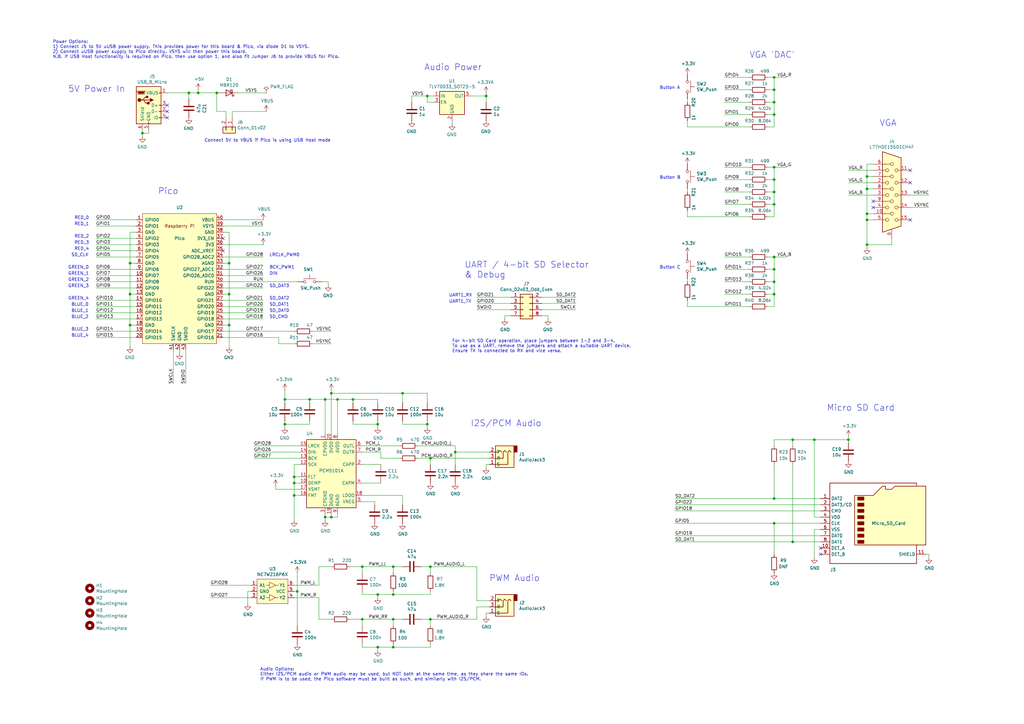
<source format=kicad_sch>
(kicad_sch (version 20230121) (generator eeschema)
  (paper "A3")
  (title_block (title "RPI-PVSA    VGA, SD Card & Audio Demo Board for Pico") (date "2020-09-04") (rev "REV2") (company "Raspberry Pi") (comment 1 "(c) Raspberry Pi 2020"))
  (junction (at 116.84 163.83))
  (junction (at 58.42 54.61))
  (junction (at 135.89 161.29))
  (junction (at 317.5 204.47))
  (junction (at 161.29 232.41))
  (junction (at 355.6 72.39))
  (junction (at 53.34 107.95))
  (junction (at 77.47 38.1))
  (junction (at 135.89 212.09))
  (junction (at 148.59 232.41))
  (junction (at 88.9 38.1))
  (junction (at 161.29 243.84))
  (junction (at 154.94 173.99))
  (junction (at 317.5 120.65))
  (junction (at 148.59 254))
  (junction (at 317.5 110.49))
  (junction (at 317.5 46.99))
  (junction (at 317.5 78.74))
  (junction (at 317.5 36.83))
  (junction (at 161.29 254))
  (junction (at 121.92 242.57))
  (junction (at 165.1 161.29))
  (junction (at 144.78 163.83))
  (junction (at 317.5 83.82))
  (junction (at 53.34 120.65))
  (junction (at 355.6 77.47))
  (junction (at 133.35 163.83))
  (junction (at 317.5 68.58))
  (junction (at 334.01 180.34))
  (junction (at 325.12 180.34))
  (junction (at 154.94 265.43))
  (junction (at 317.5 31.75))
  (junction (at 81.28 38.1))
  (junction (at 154.94 243.84))
  (junction (at 161.29 265.43))
  (junction (at 53.34 133.35))
  (junction (at 138.43 163.83))
  (junction (at 175.26 39.37))
  (junction (at 127 163.83))
  (junction (at 317.5 105.41))
  (junction (at 176.53 254))
  (junction (at 176.53 187.96))
  (junction (at 199.39 39.37))
  (junction (at 317.5 214.63))
  (junction (at 116.84 173.99))
  (junction (at 120.65 203.2))
  (junction (at 317.5 73.66))
  (junction (at 317.5 115.57))
  (junction (at 93.98 133.35))
  (junction (at 355.6 100.33))
  (junction (at 186.69 185.42))
  (junction (at 120.65 198.12))
  (junction (at 355.6 90.17))
  (junction (at 325.12 222.25))
  (junction (at 175.26 173.99))
  (junction (at 133.35 212.09))
  (junction (at 120.65 195.58))
  (junction (at 347.98 180.34))
  (junction (at 355.6 87.63))
  (junction (at 93.98 120.65))
  (junction (at 176.53 232.41))
  (junction (at 317.5 41.91))
  (junction (at 93.98 107.95))
  (no_connect (at 336.55 227.33))
  (no_connect (at 373.38 69.85))
  (no_connect (at 68.58 43.18))
  (no_connect (at 68.58 48.26))
  (no_connect (at 91.44 97.79))
  (no_connect (at 358.14 85.09))
  (no_connect (at 91.44 102.87))
  (no_connect (at 373.38 90.17))
  (no_connect (at 336.55 224.79))
  (no_connect (at 373.38 74.93))
  (no_connect (at 358.14 82.55))
  (no_connect (at 68.58 45.72))
  (wire (pts (xy 130.81 245.11) (xy 130.81 254)))
  (wire (pts (xy 154.94 173.99) (xy 154.94 175.26)))
  (wire (pts (xy 154.94 172.72) (xy 154.94 173.99)))
  (wire (pts (xy 91.44 95.25) (xy 93.98 95.25)))
  (wire (pts (xy 276.86 219.71) (xy 336.55 219.71)))
  (wire (pts (xy 200.66 246.38) (xy 195.58 246.38)))
  (wire (pts (xy 123.19 182.88) (xy 104.14 182.88)))
  (wire (pts (xy 114.3 140.97) (xy 120.65 140.97)))
  (wire (pts (xy 148.59 198.12) (xy 156.21 198.12)))
  (wire (pts (xy 135.89 212.09) (xy 138.43 212.09)))
  (wire (pts (xy 307.34 31.75) (xy 297.18 31.75)))
  (wire (pts (xy 154.94 265.43) (xy 161.29 265.43)))
  (wire (pts (xy 144.78 163.83) (xy 138.43 163.83)))
  (wire (pts (xy 91.44 110.49) (xy 107.95 110.49)))
  (wire (pts (xy 134.62 115.57) (xy 134.62 116.84)))
  (wire (pts (xy 307.34 73.66) (xy 297.18 73.66)))
  (wire (pts (xy 55.88 107.95) (xy 53.34 107.95)))
  (wire (pts (xy 172.72 254) (xy 176.53 254)))
  (wire (pts (xy 317.5 83.82) (xy 317.5 88.9)))
  (wire (pts (xy 325.12 222.25) (xy 336.55 222.25)))
  (wire (pts (xy 154.94 163.83) (xy 154.94 165.1)))
  (wire (pts (xy 314.96 36.83) (xy 317.5 36.83)))
  (wire (pts (xy 224.79 129.54) (xy 224.79 130.81)))
  (wire (pts (xy 148.59 265.43) (xy 154.94 265.43)))
  (wire (pts (xy 88.9 38.1) (xy 90.17 38.1)))
  (wire (pts (xy 209.55 124.46) (xy 195.58 124.46)))
  (wire (pts (xy 175.26 172.72) (xy 175.26 173.99)))
  (wire (pts (xy 143.51 232.41) (xy 148.59 232.41)))
  (wire (pts (xy 358.14 69.85) (xy 347.98 69.85)))
  (wire (pts (xy 127 165.1) (xy 127 163.83)))
  (wire (pts (xy 81.28 38.1) (xy 88.9 38.1)))
  (wire (pts (xy 154.94 243.84) (xy 154.94 245.11)))
  (wire (pts (xy 176.53 187.96) (xy 200.66 187.96)))
  (wire (pts (xy 39.37 115.57) (xy 55.88 115.57)))
  (wire (pts (xy 317.5 36.83) (xy 317.5 31.75)))
  (wire (pts (xy 355.6 67.31) (xy 355.6 72.39)))
  (wire (pts (xy 153.67 205.74) (xy 153.67 207.01)))
  (wire (pts (xy 281.94 86.36) (xy 281.94 88.9)))
  (wire (pts (xy 39.37 100.33) (xy 55.88 100.33)))
  (wire (pts (xy 358.14 67.31) (xy 355.6 67.31)))
  (wire (pts (xy 307.34 83.82) (xy 297.18 83.82)))
  (wire (pts (xy 314.96 88.9) (xy 317.5 88.9)))
  (wire (pts (xy 307.34 115.57) (xy 297.18 115.57)))
  (wire (pts (xy 39.37 118.11) (xy 55.88 118.11)))
  (wire (pts (xy 39.37 123.19) (xy 55.88 123.19)))
  (wire (pts (xy 199.39 39.37) (xy 199.39 41.91)))
  (wire (pts (xy 325.12 190.5) (xy 325.12 222.25)))
  (wire (pts (xy 91.44 105.41) (xy 107.95 105.41)))
  (wire (pts (xy 222.25 127) (xy 236.22 127)))
  (wire (pts (xy 317.5 68.58) (xy 322.58 68.58)))
  (wire (pts (xy 148.59 254) (xy 161.29 254)))
  (wire (pts (xy 236.22 124.46) (xy 222.25 124.46)))
  (wire (pts (xy 276.86 209.55) (xy 336.55 209.55)))
  (wire (pts (xy 358.14 74.93) (xy 347.98 74.93)))
  (wire (pts (xy 161.29 232.41) (xy 165.1 232.41)))
  (wire (pts (xy 55.88 120.65) (xy 53.34 120.65)))
  (wire (pts (xy 314.96 31.75) (xy 317.5 31.75)))
  (wire (pts (xy 381 227.33) (xy 381 228.6)))
  (wire (pts (xy 86.36 240.03) (xy 102.87 240.03)))
  (wire (pts (xy 91.44 138.43) (xy 114.3 138.43)))
  (wire (pts (xy 161.29 254) (xy 165.1 254)))
  (wire (pts (xy 138.43 212.09) (xy 138.43 210.82)))
  (wire (pts (xy 314.96 73.66) (xy 317.5 73.66)))
  (wire (pts (xy 128.27 135.89) (xy 135.89 135.89)))
  (wire (pts (xy 175.26 39.37) (xy 177.8 39.37)))
  (wire (pts (xy 91.44 125.73) (xy 107.95 125.73)))
  (wire (pts (xy 144.78 173.99) (xy 154.94 173.99)))
  (wire (pts (xy 186.69 185.42) (xy 186.69 190.5)))
  (wire (pts (xy 176.53 265.43) (xy 176.53 264.16)))
  (wire (pts (xy 236.22 121.92) (xy 222.25 121.92)))
  (wire (pts (xy 307.34 110.49) (xy 297.18 110.49)))
  (wire (pts (xy 317.5 52.07) (xy 317.5 46.99)))
  (wire (pts (xy 53.34 133.35) (xy 53.34 142.24)))
  (wire (pts (xy 199.39 190.5) (xy 199.39 191.77)))
  (wire (pts (xy 116.84 172.72) (xy 116.84 173.99)))
  (wire (pts (xy 358.14 90.17) (xy 355.6 90.17)))
  (wire (pts (xy 175.26 173.99) (xy 175.26 175.26)))
  (wire (pts (xy 148.59 243.84) (xy 154.94 243.84)))
  (wire (pts (xy 307.34 88.9) (xy 281.94 88.9)))
  (wire (pts (xy 93.98 107.95) (xy 93.98 120.65)))
  (wire (pts (xy 355.6 87.63) (xy 355.6 90.17)))
  (wire (pts (xy 209.55 129.54) (xy 207.01 129.54)))
  (wire (pts (xy 355.6 72.39) (xy 355.6 77.47)))
  (wire (pts (xy 113.03 200.66) (xy 123.19 200.66)))
  (wire (pts (xy 325.12 182.88) (xy 325.12 180.34)))
  (wire (pts (xy 317.5 105.41) (xy 322.58 105.41)))
  (wire (pts (xy 156.21 185.42) (xy 156.21 187.96)))
  (wire (pts (xy 102.87 242.57) (xy 101.6 242.57)))
  (wire (pts (xy 60.96 53.34) (xy 60.96 54.61)))
  (wire (pts (xy 130.81 254) (xy 135.89 254)))
  (wire (pts (xy 161.29 264.16) (xy 161.29 265.43)))
  (wire (pts (xy 355.6 77.47) (xy 355.6 87.63)))
  (wire (pts (xy 148.59 190.5) (xy 156.21 190.5)))
  (wire (pts (xy 148.59 256.54) (xy 148.59 254)))
  (wire (pts (xy 365.76 100.33) (xy 365.76 97.79)))
  (wire (pts (xy 165.1 161.29) (xy 175.26 161.29)))
  (wire (pts (xy 355.6 100.33) (xy 355.6 101.6)))
  (wire (pts (xy 161.29 243.84) (xy 176.53 243.84)))
  (wire (pts (xy 55.88 95.25) (xy 53.34 95.25)))
  (wire (pts (xy 77.47 40.64) (xy 77.47 38.1)))
  (wire (pts (xy 39.37 125.73) (xy 55.88 125.73)))
  (wire (pts (xy 314.96 52.07) (xy 317.5 52.07)))
  (wire (pts (xy 123.19 203.2) (xy 120.65 203.2)))
  (wire (pts (xy 161.29 256.54) (xy 161.29 254)))
  (wire (pts (xy 325.12 180.34) (xy 334.01 180.34)))
  (wire (pts (xy 347.98 180.34) (xy 347.98 179.07)))
  (wire (pts (xy 138.43 163.83) (xy 138.43 177.8)))
  (wire (pts (xy 314.96 46.99) (xy 317.5 46.99)))
  (wire (pts (xy 276.86 207.01) (xy 336.55 207.01)))
  (wire (pts (xy 177.8 41.91) (xy 175.26 41.91)))
  (wire (pts (xy 307.34 36.83) (xy 297.18 36.83)))
  (wire (pts (xy 39.37 113.03) (xy 55.88 113.03)))
  (wire (pts (xy 127 163.83) (xy 133.35 163.83)))
  (wire (pts (xy 123.19 195.58) (xy 120.65 195.58)))
  (wire (pts (xy 123.19 187.96) (xy 104.14 187.96)))
  (wire (pts (xy 130.81 240.03) (xy 130.81 232.41)))
  (wire (pts (xy 39.37 138.43) (xy 55.88 138.43)))
  (wire (pts (xy 195.58 246.38) (xy 195.58 232.41)))
  (wire (pts (xy 186.69 182.88) (xy 186.69 185.42)))
  (wire (pts (xy 168.91 39.37) (xy 175.26 39.37)))
  (wire (pts (xy 358.14 80.01) (xy 347.98 80.01)))
  (wire (pts (xy 222.25 129.54) (xy 224.79 129.54)))
  (wire (pts (xy 91.44 130.81) (xy 107.95 130.81)))
  (wire (pts (xy 135.89 161.29) (xy 165.1 161.29)))
  (wire (pts (xy 161.29 242.57) (xy 161.29 243.84)))
  (wire (pts (xy 281.94 77.47) (xy 281.94 78.74)))
  (wire (pts (xy 148.59 264.16) (xy 148.59 265.43)))
  (wire (pts (xy 314.96 110.49) (xy 317.5 110.49)))
  (wire (pts (xy 209.55 127) (xy 195.58 127)))
  (wire (pts (xy 128.27 140.97) (xy 135.89 140.97)))
  (wire (pts (xy 114.3 138.43) (xy 114.3 140.97)))
  (wire (pts (xy 135.89 177.8) (xy 135.89 161.29)))
  (wire (pts (xy 172.72 232.41) (xy 176.53 232.41)))
  (wire (pts (xy 281.94 49.53) (xy 281.94 52.07)))
  (wire (pts (xy 53.34 120.65) (xy 53.34 133.35)))
  (wire (pts (xy 276.86 204.47) (xy 317.5 204.47)))
  (wire (pts (xy 193.04 39.37) (xy 199.39 39.37)))
  (wire (pts (xy 88.9 45.72) (xy 88.9 38.1)))
  (wire (pts (xy 73.66 143.51) (xy 73.66 144.78)))
  (wire (pts (xy 373.38 85.09) (xy 381 85.09)))
  (wire (pts (xy 144.78 165.1) (xy 144.78 163.83)))
  (wire (pts (xy 185.42 49.53) (xy 185.42 50.8)))
  (wire (pts (xy 39.37 128.27) (xy 55.88 128.27)))
  (wire (pts (xy 334.01 217.17) (xy 334.01 228.6)))
  (wire (pts (xy 165.1 203.2) (xy 165.1 207.01)))
  (wire (pts (xy 165.1 165.1) (xy 165.1 161.29)))
  (wire (pts (xy 176.53 232.41) (xy 176.53 234.95)))
  (wire (pts (xy 307.34 46.99) (xy 297.18 46.99)))
  (wire (pts (xy 200.66 251.46) (xy 199.39 251.46)))
  (wire (pts (xy 176.53 254) (xy 176.53 256.54)))
  (wire (pts (xy 91.44 120.65) (xy 93.98 120.65)))
  (wire (pts (xy 116.84 173.99) (xy 116.84 175.26)))
  (wire (pts (xy 148.59 205.74) (xy 153.67 205.74)))
  (wire (pts (xy 148.59 242.57) (xy 148.59 243.84)))
  (wire (pts (xy 58.42 54.61) (xy 58.42 55.88)))
  (wire (pts (xy 93.98 120.65) (xy 93.98 133.35)))
  (wire (pts (xy 317.5 120.65) (xy 317.5 115.57)))
  (wire (pts (xy 91.44 128.27) (xy 107.95 128.27)))
  (wire (pts (xy 91.44 118.11) (xy 107.95 118.11)))
  (wire (pts (xy 314.96 41.91) (xy 317.5 41.91)))
  (wire (pts (xy 144.78 172.72) (xy 144.78 173.99)))
  (wire (pts (xy 91.44 113.03) (xy 107.95 113.03)))
  (wire (pts (xy 276.86 214.63) (xy 317.5 214.63)))
  (wire (pts (xy 148.59 234.95) (xy 148.59 232.41)))
  (wire (pts (xy 76.2 143.51) (xy 76.2 157.48)))
  (wire (pts (xy 307.34 105.41) (xy 297.18 105.41)))
  (wire (pts (xy 307.34 120.65) (xy 297.18 120.65)))
  (wire (pts (xy 307.34 78.74) (xy 297.18 78.74)))
  (wire (pts (xy 127 173.99) (xy 116.84 173.99)))
  (wire (pts (xy 317.5 78.74) (xy 317.5 83.82)))
  (wire (pts (xy 39.37 135.89) (xy 55.88 135.89)))
  (wire (pts (xy 120.65 195.58) (xy 120.65 198.12)))
  (wire (pts (xy 120.65 203.2) (xy 120.65 213.36)))
  (wire (pts (xy 97.79 38.1) (xy 109.22 38.1)))
  (wire (pts (xy 317.5 41.91) (xy 317.5 36.83)))
  (wire (pts (xy 58.42 53.34) (xy 58.42 54.61)))
  (wire (pts (xy 91.44 90.17) (xy 107.95 90.17)))
  (wire (pts (xy 39.37 130.81) (xy 55.88 130.81)))
  (wire (pts (xy 148.59 182.88) (xy 163.83 182.88)))
  (wire (pts (xy 200.66 248.92) (xy 195.58 248.92)))
  (wire (pts (xy 92.71 45.72) (xy 88.9 45.72)))
  (wire (pts (xy 148.59 232.41) (xy 161.29 232.41)))
  (wire (pts (xy 138.43 163.83) (xy 133.35 163.83)))
  (wire (pts (xy 116.84 163.83) (xy 127 163.83)))
  (wire (pts (xy 314.96 125.73) (xy 317.5 125.73)))
  (wire (pts (xy 317.5 182.88) (xy 317.5 180.34)))
  (wire (pts (xy 314.96 115.57) (xy 317.5 115.57)))
  (wire (pts (xy 91.44 92.71) (xy 107.95 92.71)))
  (wire (pts (xy 209.55 121.92) (xy 195.58 121.92)))
  (wire (pts (xy 317.5 115.57) (xy 317.5 110.49)))
  (wire (pts (xy 317.5 180.34) (xy 325.12 180.34)))
  (wire (pts (xy 133.35 210.82) (xy 133.35 212.09)))
  (wire (pts (xy 123.19 185.42) (xy 104.14 185.42)))
  (wire (pts (xy 165.1 172.72) (xy 165.1 173.99)))
  (wire (pts (xy 123.19 190.5) (xy 120.65 190.5)))
  (wire (pts (xy 132.08 115.57) (xy 134.62 115.57)))
  (wire (pts (xy 317.5 110.49) (xy 317.5 105.41)))
  (wire (pts (xy 39.37 92.71) (xy 55.88 92.71)))
  (wire (pts (xy 314.96 83.82) (xy 317.5 83.82)))
  (wire (pts (xy 156.21 187.96) (xy 163.83 187.96)))
  (wire (pts (xy 148.59 185.42) (xy 156.21 185.42)))
  (wire (pts (xy 317.5 214.63) (xy 336.55 214.63)))
  (wire (pts (xy 95.25 45.72) (xy 109.22 45.72)))
  (wire (pts (xy 317.5 125.73) (xy 317.5 120.65)))
  (wire (pts (xy 314.96 78.74) (xy 317.5 78.74)))
  (wire (pts (xy 53.34 107.95) (xy 53.34 120.65)))
  (wire (pts (xy 168.91 41.91) (xy 168.91 39.37)))
  (wire (pts (xy 102.87 245.11) (xy 86.36 245.11)))
  (wire (pts (xy 91.44 135.89) (xy 120.65 135.89)))
  (wire (pts (xy 154.94 163.83) (xy 144.78 163.83)))
  (wire (pts (xy 116.84 163.83) (xy 116.84 165.1)))
  (wire (pts (xy 336.55 204.47) (xy 317.5 204.47)))
  (wire (pts (xy 133.35 163.83) (xy 133.35 177.8)))
  (wire (pts (xy 281.94 123.19) (xy 281.94 125.73)))
  (wire (pts (xy 120.65 240.03) (xy 130.81 240.03)))
  (wire (pts (xy 143.51 254) (xy 148.59 254)))
  (wire (pts (xy 336.55 217.17) (xy 334.01 217.17)))
  (wire (pts (xy 39.37 105.41) (xy 55.88 105.41)))
  (wire (pts (xy 281.94 40.64) (xy 281.94 41.91)))
  (wire (pts (xy 68.58 38.1) (xy 77.47 38.1)))
  (wire (pts (xy 113.03 199.39) (xy 113.03 200.66)))
  (wire (pts (xy 317.5 73.66) (xy 317.5 68.58)))
  (wire (pts (xy 91.44 133.35) (xy 93.98 133.35)))
  (wire (pts (xy 314.96 120.65) (xy 317.5 120.65)))
  (wire (pts (xy 207.01 129.54) (xy 207.01 130.81)))
  (wire (pts (xy 39.37 110.49) (xy 55.88 110.49)))
  (wire (pts (xy 317.5 190.5) (xy 317.5 204.47)))
  (wire (pts (xy 355.6 90.17) (xy 355.6 100.33)))
  (wire (pts (xy 120.65 242.57) (xy 121.92 242.57)))
  (wire (pts (xy 161.29 234.95) (xy 161.29 232.41)))
  (wire (pts (xy 91.44 115.57) (xy 121.92 115.57)))
  (wire (pts (xy 317.5 46.99) (xy 317.5 41.91)))
  (wire (pts (xy 307.34 52.07) (xy 281.94 52.07)))
  (wire (pts (xy 199.39 39.37) (xy 199.39 38.1)))
  (wire (pts (xy 186.69 185.42) (xy 200.66 185.42)))
  (wire (pts (xy 71.12 143.51) (xy 71.12 157.48)))
  (wire (pts (xy 91.44 100.33) (xy 107.95 100.33)))
  (wire (pts (xy 91.44 123.19) (xy 107.95 123.19)))
  (wire (pts (xy 130.81 232.41) (xy 135.89 232.41)))
  (wire (pts (xy 77.47 38.1) (xy 81.28 38.1)))
  (wire (pts (xy 307.34 125.73) (xy 281.94 125.73)))
  (wire (pts (xy 92.71 48.26) (xy 92.71 45.72)))
  (wire (pts (xy 314.96 105.41) (xy 317.5 105.41)))
  (wire (pts (xy 317.5 78.74) (xy 317.5 73.66)))
  (wire (pts (xy 116.84 163.83) (xy 116.84 160.02)))
  (wire (pts (xy 307.34 41.91) (xy 297.18 41.91)))
  (wire (pts (xy 133.35 212.09) (xy 133.35 213.36)))
  (wire (pts (xy 120.65 190.5) (xy 120.65 195.58)))
  (wire (pts (xy 39.37 90.17) (xy 55.88 90.17)))
  (wire (pts (xy 135.89 210.82) (xy 135.89 212.09)))
  (wire (pts (xy 358.14 72.39) (xy 355.6 72.39)))
  (wire (pts (xy 358.14 87.63) (xy 355.6 87.63)))
  (wire (pts (xy 91.44 107.95) (xy 93.98 107.95)))
  (wire (pts (xy 334.01 212.09) (xy 334.01 180.34)))
  (wire (pts (xy 317.5 227.33) (xy 317.5 214.63)))
  (wire (pts (xy 195.58 248.92) (xy 195.58 254)))
  (wire (pts (xy 334.01 180.34) (xy 347.98 180.34)))
  (wire (pts (xy 161.29 265.43) (xy 176.53 265.43)))
  (wire (pts (xy 176.53 243.84) (xy 176.53 242.57)))
  (wire (pts (xy 93.98 95.25) (xy 93.98 107.95)))
  (wire (pts (xy 355.6 100.33) (xy 365.76 100.33)))
  (wire (pts (xy 148.59 203.2) (xy 165.1 203.2)))
  (wire (pts (xy 336.55 212.09) (xy 334.01 212.09)))
  (wire (pts (xy 171.45 187.96) (xy 176.53 187.96)))
  (wire (pts (xy 175.26 41.91) (xy 175.26 39.37)))
  (wire (pts (xy 195.58 254) (xy 176.53 254)))
  (wire (pts (xy 39.37 102.87) (xy 55.88 102.87)))
  (wire (pts (xy 195.58 232.41) (xy 176.53 232.41)))
  (wire (pts (xy 60.96 54.61) (xy 58.42 54.61)))
  (wire (pts (xy 95.25 48.26) (xy 95.25 45.72)))
  (wire (pts (xy 154.94 243.84) (xy 161.29 243.84)))
  (wire (pts (xy 358.14 77.47) (xy 355.6 77.47)))
  (wire (pts (xy 81.28 38.1) (xy 81.28 36.83)))
  (wire (pts (xy 307.34 68.58) (xy 297.18 68.58)))
  (wire (pts (xy 135.89 161.29) (xy 135.89 160.02)))
  (wire (pts (xy 123.19 198.12) (xy 120.65 198.12)))
  (wire (pts (xy 176.53 190.5) (xy 176.53 187.96)))
  (wire (pts (xy 93.98 133.35) (xy 93.98 142.24)))
  (wire (pts (xy 175.26 161.29) (xy 175.26 165.1)))
  (wire (pts (xy 379.73 227.33) (xy 381 227.33)))
  (wire (pts (xy 347.98 181.61) (xy 347.98 180.34)))
  (wire (pts (xy 171.45 182.88) (xy 186.69 182.88)))
  (wire (pts (xy 120.65 245.11) (xy 130.81 245.11)))
  (wire (pts (xy 39.37 97.79) (xy 55.88 97.79)))
  (wire (pts (xy 373.38 80.01) (xy 381 80.01)))
  (wire (pts (xy 127 172.72) (xy 127 173.99)))
  (wire (pts (xy 154.94 265.43) (xy 154.94 266.7)))
  (wire (pts (xy 55.88 133.35) (xy 53.34 133.35)))
  (wire (pts (xy 281.94 114.3) (xy 281.94 115.57)))
  (wire (pts (xy 314.96 68.58) (xy 317.5 68.58)))
  (wire (pts (xy 53.34 95.25) (xy 53.34 107.95)))
  (wire (pts (xy 165.1 173.99) (xy 175.26 173.99)))
  (wire (pts (xy 317.5 31.75) (xy 322.58 31.75)))
  (wire (pts (xy 121.92 234.95) (xy 121.92 242.57)))
  (wire (pts (xy 199.39 251.46) (xy 199.39 252.73)))
  (wire (pts (xy 133.35 212.09) (xy 135.89 212.09)))
  (wire (pts (xy 101.6 242.57) (xy 101.6 247.65)))
  (wire (pts (xy 121.92 242.57) (xy 121.92 256.54)))
  (wire (pts (xy 200.66 190.5) (xy 199.39 190.5)))
  (wire (pts (xy 276.86 222.25) (xy 325.12 222.25)))
  (wire (pts (xy 120.65 198.12) (xy 120.65 203.2)))
  (text "RED_4" (at 30.48 102.87 0) (effects (font (size 1.27 1.27)) (justify left bottom)))
  (text "RED_0" (at 30.48 90.17 0) (effects (font (size 1.27 1.27)) (justify left bottom)))
  (text "GREEN_0" (at 27.94 110.49 0) (effects (font (size 1.27 1.27)) (justify left bottom)))
  (text "SD_CLK" (at 29.21 105.41 0) (effects (font (size 1.27 1.27)) (justify left bottom)))
  (text "PWM Audio" (at 200.66 238.76 0) (effects (font (size 2.54 2.54)) (justify left bottom)))
  (text "SD_CMD" (at 110.49 130.81 0) (effects (font (size 1.27 1.27)) (justify left bottom)))
  (text "SD_DAT3" (at 110.49 118.11 0) (effects (font (size 1.27 1.27)) (justify left bottom)))
  (text "RED_3" (at 30.48 100.33 0) (effects (font (size 1.27 1.27)) (justify left bottom)))
  (text "UART1_RX" (at 184.15 121.92 0) (effects (font (size 1.27 1.27)) (justify left bottom)))
  (text "LRCLK_PWM0" (at 110.49 105.41 0) (effects (font (size 1.27 1.27)) (justify left bottom)))
  (text "DIN" (at 110.49 113.03 0) (effects (font (size 1.27 1.27)) (justify left bottom)))
  (text "BLUE_1" (at 29.21 128.27 0) (effects (font (size 1.27 1.27)) (justify left bottom)))
  (text "VGA" (at 360.68 52.07 0) (effects (font (size 2.54 2.54)) (justify left bottom)))
  (text "BCK_PWM1" (at 110.49 110.49 0) (effects (font (size 1.27 1.27)) (justify left bottom)))
  (text "SD_DAT1" (at 110.49 125.73 0) (effects (font (size 1.27 1.27)) (justify left bottom)))
  (text "GREEN_3" (at 27.94 118.11 0) (effects (font (size 1.27 1.27)) (justify left bottom)))
  (text "GREEN_2" (at 27.94 115.57 0) (effects (font (size 1.27 1.27)) (justify left bottom)))
  (text "UART / 4-bit SD Selector\n& Debug" (at 190.5 114.3 0) (effects (font (size 2.54 2.54)) (justify left bottom)))
  (text "RED_2" (at 30.48 97.79 0) (effects (font (size 1.27 1.27)) (justify left bottom)))
  (text "GREEN_4" (at 27.94 123.19 0) (effects (font (size 1.27 1.27)) (justify left bottom)))
  (text "Audio Options:\nEither I2S/PCM audio or PWM audio may be used, but NOT both at the same time, as they share the same IOs.\nIf PWM is to be used, the Pico software must be built as such, and similarly with I2S/PCM." (at 106.68 279.4 0) (effects (font (size 1.27 1.27)) (justify left bottom)))
  (text "I2S/PCM Audio" (at 193.04 175.26 0) (effects (font (size 2.54 2.54)) (justify left bottom)))
  (text "Audio Power" (at 173.99 29.21 0) (effects (font (size 2.54 2.54)) (justify left bottom)))
  (text "Button C" (at 270.51 110.49 0) (effects (font (size 1.27 1.27)) (justify left bottom)))
  (text "5V Power In" (at 27.94 38.1 0) (effects (font (size 2.54 2.54)) (justify left bottom)))
  (text "VGA 'DAC'" (at 307.34 24.13 0) (effects (font (size 2.54 2.54)) (justify left bottom)))
  (text "Button A" (at 270.51 36.83 0) (effects (font (size 1.27 1.27)) (justify left bottom)))
  (text "SD_DAT0" (at 110.49 128.27 0) (effects (font (size 1.27 1.27)) (justify left bottom)))
  (text "Power Options:\n1) Connect J5 to 5V uUSB power supply. This provides power for this board & Pico, via diode D1 to VSYS.\n2) Connect uUSB power supply to Pico directly. VSYS will then power this board.\nN.B. If USB Host functionality is required on Pico, then use option 1, and also fit Jumper J6 to provide VBUS for Pico." (at 21.59 24.13 0) (effects (font (size 1.27 1.27)) (justify left bottom)))
  (text "Connect 5V to VBUS if Pico is using USB Host mode\n" (at 83.82 58.42 0) (effects (font (size 1.27 1.27)) (justify left bottom)))
  (text "Button B" (at 270.51 73.66 0) (effects (font (size 1.27 1.27)) (justify left bottom)))
  (text "Pico" (at 64.77 80.01 0) (effects (font (size 2.54 2.54)) (justify left bottom)))
  (text "For 4-bit SD Card operation, place jumpers between 1-2 and 3-4.\nTo use as a UART, remove the jumpers and attach a suitable UART device.\nEnsure TX is connected to RX and vice versa.\n" (at 185.42 144.78 0) (effects (font (size 1.27 1.27)) (justify left bottom)))
  (text "BLUE_4" (at 29.21 138.43 0) (effects (font (size 1.27 1.27)) (justify left bottom)))
  (text "RED_1" (at 30.48 92.71 0) (effects (font (size 1.27 1.27)) (justify left bottom)))
  (text "BLUE_3" (at 29.21 135.89 0) (effects (font (size 1.27 1.27)) (justify left bottom)))
  (text "BLUE_0" (at 29.21 125.73 0) (effects (font (size 1.27 1.27)) (justify left bottom)))
  (text "UART1_TX " (at 184.15 124.46 0) (effects (font (size 1.27 1.27)) (justify left bottom)))
  (text "Micro SD Card" (at 339.09 168.91 0) (effects (font (size 2.54 2.54)) (justify left bottom)))
  (text "GREEN_1" (at 27.94 113.03 0) (effects (font (size 1.27 1.27)) (justify left bottom)))
  (text "SD_DAT2" (at 110.49 123.19 0) (effects (font (size 1.27 1.27)) (justify left bottom)))
  (text "BLUE_2" (at 29.21 130.81 0) (effects (font (size 1.27 1.27)) (justify left bottom)))
  (label "GPIO10" (at 39.37 123.19 0))
  (label "SD_DAT2" (at 276.86 204.47 0))
  (label "PWM_L" (at 123.19 240.03 0))
  (label "PCM_AUDIO_R" (at 172.72 187.96 0))
  (label "GPIO13" (at 39.37 130.81 0))
  (label "GPIO5" (at 276.86 214.63 0))
  (label "PCM_AUDIO_L" (at 172.72 182.88 0))
  (label "VSYS" (at 105.41 38.1 180))
  (label "SD_DAT1" (at 236.22 124.46 180))
  (label "VGA_B" (at 318.77 105.41 0))
  (label "GPIO21" (at 107.95 123.19 180))
  (label "GPIO11" (at 39.37 125.73 0))
  (label "GPIO26" (at 107.95 113.03 180))
  (label "VSYNC" (at 135.89 135.89 180))
  (label "GPIO9" (at 297.18 73.66 0))
  (label "GPIO8" (at 297.18 78.74 0))
  (label "GPIO1" (at 39.37 92.71 0))
  (label "GPIO9" (at 39.37 118.11 0))
  (label "GPIO15" (at 297.18 105.41 0))
  (label "GPIO28" (at 107.95 105.41 180))
  (label "GPIO4" (at 39.37 102.87 0))
  (label "GPIO1" (at 297.18 46.99 0))
  (label "GPIO10" (at 297.18 68.58 0))
  (label "GPIO6" (at 39.37 110.49 0))
  (label "GPIO27" (at 107.95 110.49 180))
  (label "GPIO3" (at 297.18 36.83 0))
  (label "HSYNC" (at 135.89 140.97 180))
  (label "PWM_RR" (at 151.13 254 0))
  (label "PCM_R" (at 149.86 185.42 0))
  (label "GPIO7" (at 297.18 83.82 0))
  (label "SD_DAT2" (at 236.22 121.92 180))
  (label "GPIO20" (at 107.95 125.73 180))
  (label "GPIO19" (at 107.95 128.27 180))
  (label "GPIO11" (at 297.18 125.73 0))
  (label "SD_DAT1" (at 276.86 222.25 0))
  (label "VGA_G" (at 318.77 68.58 0))
  (label "GPIO28" (at 86.36 240.03 0))
  (label "GPIO21" (at 195.58 121.92 0))
  (label "GPIO4" (at 297.18 31.75 0))
  (label "PWM_R" (at 123.19 245.11 0))
  (label "VGA_B" (at 347.98 80.01 0))
  (label "GPIO19" (at 276.86 219.71 0))
  (label "RUN" (at 107.95 115.57 180))
  (label "PCM_L" (at 149.86 182.88 0))
  (label "PWM_LL" (at 151.13 232.41 0))
  (label "VSYS" (at 107.95 92.71 180))
  (label "VGA_G" (at 347.98 74.93 0))
  (label "GPIO14" (at 297.18 110.49 0))
  (label "GPIO22" (at 276.86 207.01 0))
  (label "GPIO12" (at 39.37 128.27 0))
  (label "SWCLK" (at 71.12 157.48 90))
  (label "GPIO0" (at 39.37 90.17 0))
  (label "GPIO14" (at 39.37 135.89 0))
  (label "GPIO5" (at 39.37 105.41 0))
  (label "VGA_R" (at 347.98 69.85 0))
  (label "GPIO20" (at 195.58 124.46 0))
  (label "GPIO3" (at 39.37 100.33 0))
  (label "GPIO0" (at 297.18 52.07 0))
  (label "GPIO27" (at 86.36 245.11 0))
  (label "PWM_AUDIO_L" (at 177.8 232.41 0))
  (label "VSYS" (at 168.91 39.37 0))
  (label "SWCLK" (at 236.22 127 180))
  (label "GPIO16" (at 107.95 138.43 180))
  (label "GPIO12" (at 297.18 120.65 0))
  (label "GPIO13" (at 297.18 115.57 0))
  (label "PWM_AUDIO_R" (at 179.07 254 0))
  (label "GPIO18" (at 107.95 130.81 180))
  (label "GPIO22" (at 107.95 118.11 180))
  (label "GPIO18" (at 276.86 209.55 0))
  (label "GPIO8" (at 39.37 115.57 0))
  (label "SWDIO" (at 195.58 127 0))
  (label "VGA_R" (at 318.77 31.75 0))
  (label "GPIO6" (at 297.18 88.9 0))
  (label "GPIO28" (at 104.14 182.88 0))
  (label "SWDIO" (at 76.2 157.48 90))
  (label "VSYNC" (at 381 85.09 180))
  (label "GPIO17" (at 107.95 135.89 180))
  (label "GPIO27" (at 104.14 187.96 0))
  (label "GPIO2" (at 39.37 97.79 0))
  (label "GPIO15" (at 39.37 138.43 0))
  (label "GPIO2" (at 297.18 41.91 0))
  (label "HSYNC" (at 381 80.01 180))
  (label "GPIO7" (at 39.37 113.03 0))
  (label "GPIO26" (at 104.14 185.42 0))
  (symbol (lib_id "RPi_Pico:Pico") (at 73.66 114.3 0) (unit 1)
    (property "Reference" "U2" (at 73.66 85.09 0))
    (property "Value" "Pico" (at 73.66 97.79 0))
    (property "Footprint" "RPi_Pico:RPi_Pico_SMD_TH" (effects hide))
  )
  (symbol (lib_id "Connector:Micro_SD_Card_Det2") (at 359.41 214.63 0) (unit 1)
    (property "Reference" "J3" (at 341.63 233.68 0))
    (property "Value" "Micro_SD_Card" (at 364.49 214.63 0))
    (property "Footprint" "Connector_Card:microSD_HC_Molex_104031-0811" (effects hide))
    (property "Datasheet" "https://www.hirose.com/en/product/document?clcode=&productname=&series=DM3&documenttype=Catalog&lang=en&documentid=D49662_en" (effects hide))
  )
  (symbol (lib_id "Connector:DE15_Receptacle_HighDensity_MountingHoles") (at 365.76 80.01 0) (unit 1)
    (property "Reference" "J4" (at 365.76 57.9882 0))
    (property "Value" "L77HDE15SD1CH4F" (at 365.76 60.2996 0))
    (property "Footprint" "RPi_Pico:DSUB-15-L77HDE15SD1CH4F" (effects hide))
    (property "Datasheet" " ~" (effects hide))
  )
  (symbol (lib_id "Device:R") (at 311.15 31.75 270) (unit 1)
    (property "Reference" "R26" (at 307.34 29.21 90))
    (property "Value" "499" (at 313.69 29.21 90))
    (property "Footprint" "Resistor_SMD:R_0402_1005Metric" (effects hide))
  )
  (symbol (lib_id "Device:R") (at 311.15 36.83 270) (unit 1)
    (property "Reference" "R27" (at 307.34 34.29 90))
    (property "Value" "1k" (at 313.69 34.29 90))
    (property "Footprint" "Resistor_SMD:R_0402_1005Metric" (effects hide))
  )
  (symbol (lib_id "Device:R") (at 311.15 41.91 270) (unit 1)
    (property "Reference" "R28" (at 307.34 39.37 90))
    (property "Value" "2k" (at 313.69 39.37 90))
    (property "Footprint" "Resistor_SMD:R_0402_1005Metric" (effects hide))
  )
  (symbol (lib_id "Device:R") (at 311.15 46.99 270) (unit 1)
    (property "Reference" "R29" (at 307.34 44.45 90))
    (property "Value" "4.02k" (at 313.69 44.45 90))
    (property "Footprint" "Resistor_SMD:R_0402_1005Metric" (effects hide))
  )
  (symbol (lib_id "Device:R") (at 311.15 52.07 270) (unit 1)
    (property "Reference" "R30" (at 307.34 49.53 90))
    (property "Value" "8.06k" (at 313.69 49.53 90))
    (property "Footprint" "Resistor_SMD:R_0402_1005Metric" (effects hide))
  )
  (symbol (lib_id "Switch:SW_Push") (at 281.94 35.56 270) (unit 1)
    (property "Reference" "SW2" (at 285.6992 34.3916 90) (effects (justify left)))
    (property "Value" "SW_Push" (at 285.6992 36.703 90) (effects (justify left)))
    (property "Footprint" "Button_Switch_SMD:SW_Push_1P1T_NO_Vertical_Wuerth_434133025816" (effects hide))
  )
  (symbol (lib_id "power:+3.3V") (at 281.94 30.48 0) (unit 1)
    (property "Reference" "#PWR0101" (effects hide))
    (property "Value" "+3.3V" (at 282.321 26.0858 0))
  )
  (symbol (lib_id "Device:R") (at 281.94 45.72 180) (unit 1)
    (property "Reference" "R20" (at 284.48 41.91 90))
    (property "Value" "1k" (at 284.48 48.26 90))
    (property "Footprint" "Resistor_SMD:R_0402_1005Metric" (effects hide))
  )
  (symbol (lib_id "Audio:PCM5101") (at 135.89 193.04 0) (unit 1)
    (property "Reference" "U4" (at 127 177.8 0))
    (property "Value" "PCM5101A" (at 135.89 193.04 0))
    (property "Footprint" "Package_SO:TSSOP-20_4.4x6.5mm_P0.65mm" (effects hide))
    (property "Datasheet" "http://www.ti.com/lit/ds/symlink/pcm5101.pdf" (effects hide))
  )
  (symbol (lib_id "Device:R") (at 311.15 68.58 270) (unit 1)
    (property "Reference" "R31" (at 307.34 66.04 90))
    (property "Value" "499" (at 313.69 66.04 90))
    (property "Footprint" "Resistor_SMD:R_0402_1005Metric" (effects hide))
  )
  (symbol (lib_id "Device:R") (at 311.15 73.66 270) (unit 1)
    (property "Reference" "R32" (at 307.34 71.12 90))
    (property "Value" "1k" (at 313.69 71.12 90))
    (property "Footprint" "Resistor_SMD:R_0402_1005Metric" (effects hide))
  )
  (symbol (lib_id "Device:R") (at 311.15 78.74 270) (unit 1)
    (property "Reference" "R33" (at 307.34 76.2 90))
    (property "Value" "2k" (at 313.69 76.2 90))
    (property "Footprint" "Resistor_SMD:R_0402_1005Metric" (effects hide))
  )
  (symbol (lib_id "Device:R") (at 311.15 88.9 270) (unit 1)
    (property "Reference" "R35" (at 307.34 86.36 90))
    (property "Value" "8.06k" (at 313.69 86.36 90))
    (property "Footprint" "Resistor_SMD:R_0402_1005Metric" (effects hide))
  )
  (symbol (lib_id "Switch:SW_Push") (at 281.94 72.39 270) (unit 1)
    (property "Reference" "SW3" (at 285.6992 71.2216 90) (effects (justify left)))
    (property "Value" "SW_Push" (at 285.6992 73.533 90) (effects (justify left)))
    (property "Footprint" "Button_Switch_SMD:SW_Push_1P1T_NO_Vertical_Wuerth_434133025816" (effects hide))
  )
  (symbol (lib_id "power:+3.3V") (at 281.94 67.31 0) (unit 1)
    (property "Reference" "#PWR0102" (effects hide))
    (property "Value" "+3.3V" (at 282.321 62.9158 0))
  )
  (symbol (lib_id "Device:R") (at 281.94 82.55 180) (unit 1)
    (property "Reference" "R21" (at 284.48 78.74 90))
    (property "Value" "1k" (at 284.48 85.09 90))
    (property "Footprint" "Resistor_SMD:R_0402_1005Metric" (effects hide))
  )
  (symbol (lib_id "Device:R") (at 311.15 105.41 270) (unit 1)
    (property "Reference" "R36" (at 307.34 102.87 90))
    (property "Value" "499" (at 313.69 102.87 90))
    (property "Footprint" "Resistor_SMD:R_0402_1005Metric" (effects hide))
  )
  (symbol (lib_id "Device:R") (at 311.15 110.49 270) (unit 1)
    (property "Reference" "R37" (at 307.34 107.95 90))
    (property "Value" "1k" (at 313.69 107.95 90))
    (property "Footprint" "Resistor_SMD:R_0402_1005Metric" (effects hide))
  )
  (symbol (lib_id "Device:R") (at 311.15 115.57 270) (unit 1)
    (property "Reference" "R38" (at 307.34 113.03 90))
    (property "Value" "2k" (at 313.69 113.03 90))
    (property "Footprint" "Resistor_SMD:R_0402_1005Metric" (effects hide))
  )
  (symbol (lib_id "Device:R") (at 311.15 120.65 270) (unit 1)
    (property "Reference" "R39" (at 307.34 118.11 90))
    (property "Value" "4.02k" (at 313.69 118.11 90))
    (property "Footprint" "Resistor_SMD:R_0402_1005Metric" (effects hide))
  )
  (symbol (lib_id "Device:R") (at 311.15 125.73 270) (unit 1)
    (property "Reference" "R40" (at 307.34 123.19 90))
    (property "Value" "8.06k" (at 313.69 123.19 90))
    (property "Footprint" "Resistor_SMD:R_0402_1005Metric" (effects hide))
  )
  (symbol (lib_id "Switch:SW_Push") (at 281.94 109.22 270) (unit 1)
    (property "Reference" "SW4" (at 285.6992 108.0516 90) (effects (justify left)))
    (property "Value" "SW_Push" (at 285.6992 110.363 90) (effects (justify left)))
    (property "Footprint" "Button_Switch_SMD:SW_Push_1P1T_NO_Vertical_Wuerth_434133025816" (effects hide))
  )
  (symbol (lib_id "power:+3.3V") (at 281.94 104.14 0) (unit 1)
    (property "Reference" "#PWR0103" (effects hide))
    (property "Value" "+3.3V" (at 282.321 99.7458 0))
  )
  (symbol (lib_id "Device:R") (at 281.94 119.38 180) (unit 1)
    (property "Reference" "R22" (at 284.48 115.57 90))
    (property "Value" "1k" (at 284.48 121.92 90))
    (property "Footprint" "Resistor_SMD:R_0402_1005Metric" (effects hide))
  )
  (symbol (lib_id "power:GND") (at 355.6 101.6 0) (unit 1)
    (property "Reference" "#PWR0104" (effects hide))
    (property "Value" "GND" (at 355.727 105.9942 0))
  )
  (symbol (lib_id "Device:R") (at 311.15 83.82 270) (unit 1)
    (property "Reference" "R34" (at 307.34 81.28 90))
    (property "Value" "4.02k" (at 313.69 81.28 90))
    (property "Footprint" "Resistor_SMD:R_0402_1005Metric" (effects hide))
  )
  (symbol (lib_id "Device:C") (at 154.94 168.91 0) (unit 1)
    (property "Reference" "C10" (at 157.861 167.7416 0) (effects (justify left)))
    (property "Value" "10u" (at 157.861 170.053 0) (effects (justify left)))
    (property "Footprint" "Capacitor_SMD:C_0603_1608Metric" (effects hide))
  )
  (symbol (lib_id "power:GND") (at 154.94 175.26 0) (unit 1)
    (property "Reference" "#PWR0111" (effects hide))
    (property "Value" "GND" (at 155.067 179.6542 0))
  )
  (symbol (lib_id "Connector:USB_B_Micro") (at 60.96 43.18 0) (unit 1)
    (property "Reference" "J5" (at 62.4078 31.3182 0))
    (property "Value" "USB_B_Micro" (at 62.4078 33.6296 0))
    (property "Footprint" "RPi_Pico:USB_Micro-B_Amphenol_10103594-0001LF_Horizontal_modified" (effects hide))
  )
  (symbol (lib_id "Device:C") (at 144.78 168.91 0) (unit 1)
    (property "Reference" "C6" (at 147.701 167.7416 0) (effects (justify left)))
    (property "Value" "100n" (at 147.701 170.053 0) (effects (justify left)))
    (property "Footprint" "Capacitor_SMD:C_0402_1005Metric" (effects hide))
  )
  (symbol (lib_id "power:+3.3VA") (at 116.84 160.02 0) (mirror y) (unit 1)
    (property "Reference" "#PWR0112" (effects hide))
    (property "Value" "+3.3VA" (at 116.459 155.6258 0))
  )
  (symbol (lib_id "Device:C") (at 116.84 168.91 0) (mirror y) (unit 1)
    (property "Reference" "C3" (at 113.919 167.7416 0) (effects (justify left)))
    (property "Value" "10u" (at 113.919 170.053 0) (effects (justify left)))
    (property "Footprint" "Capacitor_SMD:C_0603_1608Metric" (effects hide))
  )
  (symbol (lib_id "power:GND") (at 116.84 175.26 0) (mirror y) (unit 1)
    (property "Reference" "#PWR0113" (effects hide))
    (property "Value" "GND" (at 116.713 179.6542 0))
  )
  (symbol (lib_id "Device:C") (at 127 168.91 0) (mirror y) (unit 1)
    (property "Reference" "C5" (at 124.079 167.7416 0) (effects (justify left)))
    (property "Value" "100n" (at 124.079 170.053 0) (effects (justify left)))
    (property "Footprint" "Capacitor_SMD:C_0402_1005Metric" (effects hide))
  )
  (symbol (lib_id "RPi_Pico:NC7WZ16P6X") (at 111.76 242.57 0) (unit 1)
    (property "Reference" "U3" (at 111.76 233.299 0))
    (property "Value" "NC7WZ16P6X" (at 111.76 235.6104 0))
    (property "Footprint" "Package_TO_SOT_SMD:SOT-363_SC-70-6" (effects hide))
  )
  (symbol (lib_id "Device:R") (at 139.7 232.41 270) (unit 1)
    (property "Reference" "R1" (at 135.89 229.87 90))
    (property "Value" "220" (at 142.24 229.87 90))
    (property "Footprint" "Resistor_SMD:R_0402_1005Metric" (effects hide))
  )
  (symbol (lib_id "Device:C") (at 148.59 238.76 0) (unit 1)
    (property "Reference" "C7" (at 151.511 237.5916 0) (effects (justify left)))
    (property "Value" "100n" (at 151.511 239.903 0) (effects (justify left)))
    (property "Footprint" "Capacitor_SMD:C_0402_1005Metric" (effects hide))
  )
  (symbol (lib_id "Device:R") (at 161.29 238.76 180) (unit 1)
    (property "Reference" "R3" (at 165.1 237.49 0))
    (property "Value" "100" (at 165.1 240.03 0))
    (property "Footprint" "Resistor_SMD:R_0402_1005Metric" (effects hide))
  )
  (symbol (lib_id "Device:C") (at 168.91 232.41 270) (unit 1)
    (property "Reference" "C14" (at 168.91 226.0092 90))
    (property "Value" "47u" (at 168.91 228.3206 90))
    (property "Footprint" "Capacitor_SMD:C_0805_2012Metric" (effects hide))
  )
  (symbol (lib_id "Device:R") (at 176.53 238.76 180) (unit 1)
    (property "Reference" "R7" (at 180.34 237.49 0))
    (property "Value" "1.8K" (at 180.34 240.03 0))
    (property "Footprint" "Resistor_SMD:R_0402_1005Metric" (effects hide))
  )
  (symbol (lib_id "Device:C") (at 347.98 185.42 0) (mirror y) (unit 1)
    (property "Reference" "C19" (at 345.059 184.2516 0) (effects (justify left)))
    (property "Value" "10u" (at 345.059 186.563 0) (effects (justify left)))
    (property "Footprint" "Capacitor_SMD:C_0603_1608Metric" (effects hide))
  )
  (symbol (lib_id "Device:R") (at 317.5 231.14 180) (unit 1)
    (property "Reference" "R9" (at 321.31 229.87 0))
    (property "Value" "DNF" (at 321.31 232.41 0))
    (property "Footprint" "Resistor_SMD:R_0402_1005Metric" (effects hide))
  )
  (symbol (lib_id "power:GND") (at 317.5 234.95 0) (unit 1)
    (property "Reference" "#PWR06" (effects hide))
    (property "Value" "GND" (at 317.627 239.3442 0))
  )
  (symbol (lib_id "power:GND") (at 154.94 245.11 0) (unit 1)
    (property "Reference" "#PWR0105" (effects hide))
    (property "Value" "GND" (at 155.067 249.5042 0))
  )
  (symbol (lib_id "Device:R") (at 139.7 254 270) (unit 1)
    (property "Reference" "R2" (at 135.89 251.46 90))
    (property "Value" "220" (at 142.24 251.46 90))
    (property "Footprint" "Resistor_SMD:R_0402_1005Metric" (effects hide))
  )
  (symbol (lib_id "Device:C") (at 148.59 260.35 0) (unit 1)
    (property "Reference" "C8" (at 151.511 259.1816 0) (effects (justify left)))
    (property "Value" "100n" (at 151.511 261.493 0) (effects (justify left)))
    (property "Footprint" "Capacitor_SMD:C_0402_1005Metric" (effects hide))
  )
  (symbol (lib_id "Device:R") (at 161.29 260.35 180) (unit 1)
    (property "Reference" "R4" (at 165.1 259.08 0))
    (property "Value" "100" (at 165.1 261.62 0))
    (property "Footprint" "Resistor_SMD:R_0402_1005Metric" (effects hide))
  )
  (symbol (lib_id "Device:C") (at 168.91 254 270) (unit 1)
    (property "Reference" "C15" (at 168.91 247.5992 90))
    (property "Value" "47u" (at 168.91 249.9106 90))
    (property "Footprint" "Capacitor_SMD:C_0805_2012Metric" (effects hide))
  )
  (symbol (lib_id "Device:R") (at 176.53 260.35 180) (unit 1)
    (property "Reference" "R8" (at 180.34 259.08 0))
    (property "Value" "1.8K" (at 180.34 261.62 0))
    (property "Footprint" "Resistor_SMD:R_0402_1005Metric" (effects hide))
  )
  (symbol (lib_id "power:GND") (at 154.94 266.7 0) (unit 1)
    (property "Reference" "#PWR0106" (effects hide))
    (property "Value" "GND" (at 155.067 271.0942 0))
  )
  (symbol (lib_id "power:+3.3VA") (at 121.92 234.95 0) (unit 1)
    (property "Reference" "#PWR0114" (effects hide))
    (property "Value" "+3.3VA" (at 122.301 230.5558 0))
  )
  (symbol (lib_id "RPi_Pico:AudioJack-CUI-SJ-3523-SMT") (at 205.74 248.92 180) (unit 1)
    (property "Reference" "J2" (at 212.852 247.2182 0) (effects (justify right)))
    (property "Value" "AudioJack3" (at 212.852 249.5296 0) (effects (justify right)))
    (property "Footprint" "RPi_Pico:CUI_SJ-3523-audio-jack" (effects hide))
  )
  (symbol (lib_id "Device:C") (at 175.26 168.91 0) (unit 1)
    (property "Reference" "C16" (at 178.181 167.7416 0) (effects (justify left)))
    (property "Value" "10u" (at 178.181 170.053 0) (effects (justify left)))
    (property "Footprint" "Capacitor_SMD:C_0603_1608Metric" (effects hide))
  )
  (symbol (lib_id "power:GND") (at 175.26 175.26 0) (unit 1)
    (property "Reference" "#PWR0115" (effects hide))
    (property "Value" "GND" (at 175.387 179.6542 0))
  )
  (symbol (lib_id "Device:C") (at 165.1 168.91 0) (unit 1)
    (property "Reference" "C12" (at 168.021 167.7416 0) (effects (justify left)))
    (property "Value" "100n" (at 168.021 170.053 0) (effects (justify left)))
    (property "Footprint" "Capacitor_SMD:C_0402_1005Metric" (effects hide))
  )
  (symbol (lib_id "Device:R") (at 124.46 135.89 270) (unit 1)
    (property "Reference" "R10" (at 120.65 133.35 90))
    (property "Value" "47" (at 127 133.35 90))
    (property "Footprint" "Resistor_SMD:R_0402_1005Metric" (effects hide))
  )
  (symbol (lib_id "Device:R") (at 124.46 140.97 270) (unit 1)
    (property "Reference" "R11" (at 120.65 138.43 90))
    (property "Value" "47" (at 127 138.43 90))
    (property "Footprint" "Resistor_SMD:R_0402_1005Metric" (effects hide))
  )
  (symbol (lib_id "power:GND") (at 199.39 252.73 0) (unit 1)
    (property "Reference" "#PWR0107" (effects hide))
    (property "Value" "GND" (at 199.517 257.1242 0))
  )
  (symbol (lib_id "power:+3.3V") (at 135.89 160.02 0) (unit 1)
    (property "Reference" "#PWR0108" (effects hide))
    (property "Value" "+3.3V" (at 136.271 155.6258 0))
  )
  (symbol (lib_id "power:GND") (at 58.42 55.88 0) (mirror y) (unit 1)
    (property "Reference" "#PWR01" (effects hide))
    (property "Value" "GND" (at 58.293 60.2742 0))
  )
  (symbol (lib_id "Device:C") (at 121.92 260.35 0) (unit 1)
    (property "Reference" "C4" (at 124.841 259.1816 0) (effects (justify left)))
    (property "Value" "100n" (at 124.841 261.493 0) (effects (justify left)))
    (property "Footprint" "Capacitor_SMD:C_0402_1005Metric" (effects hide))
  )
  (symbol (lib_id "power:GND") (at 121.92 264.16 0) (unit 1)
    (property "Reference" "#PWR0109" (effects hide))
    (property "Value" "GND" (at 122.047 268.5542 0))
  )
  (symbol (lib_id "power:GND") (at 101.6 247.65 0) (unit 1)
    (property "Reference" "#PWR0110" (effects hide))
    (property "Value" "GND" (at 101.727 252.0442 0))
  )
  (symbol (lib_id "power:+5V") (at 81.28 36.83 0) (unit 1)
    (property "Reference" "#PWR03" (effects hide))
    (property "Value" "+5V" (at 81.661 32.4358 0))
  )
  (symbol (lib_id "power:GND") (at 133.35 213.36 0) (unit 1)
    (property "Reference" "#PWR0116" (effects hide))
    (property "Value" "GND" (at 133.477 217.7542 0))
  )
  (symbol (lib_id "Device:C") (at 153.67 210.82 0) (unit 1)
    (property "Reference" "C9" (at 156.591 209.6516 0) (effects (justify left)))
    (property "Value" "2.2u" (at 156.591 211.963 0) (effects (justify left)))
    (property "Footprint" "Capacitor_SMD:C_0603_1608Metric" (effects hide))
  )
  (symbol (lib_id "power:GND") (at 153.67 214.63 0) (unit 1)
    (property "Reference" "#PWR0123" (effects hide))
    (property "Value" "GND" (at 153.797 219.0242 0))
  )
  (symbol (lib_id "Device:C") (at 165.1 210.82 0) (unit 1)
    (property "Reference" "C13" (at 168.021 209.6516 0) (effects (justify left)))
    (property "Value" "100n" (at 168.021 211.963 0) (effects (justify left)))
    (property "Footprint" "Capacitor_SMD:C_0402_1005Metric" (effects hide))
  )
  (symbol (lib_id "power:GND") (at 165.1 214.63 0) (unit 1)
    (property "Reference" "#PWR0122" (effects hide))
    (property "Value" "GND" (at 165.227 219.0242 0))
  )
  (symbol (lib_id "Device:C") (at 156.21 194.31 0) (unit 1)
    (property "Reference" "C11" (at 159.131 193.1416 0) (effects (justify left)))
    (property "Value" "2.2u" (at 159.131 195.453 0) (effects (justify left)))
    (property "Footprint" "Capacitor_SMD:C_0603_1608Metric" (effects hide))
  )
  (symbol (lib_id "power:GND") (at 73.66 144.78 0) (mirror y) (unit 1)
    (property "Reference" "#PWR0138" (effects hide))
    (property "Value" "GND" (at 73.533 149.1742 0))
  )
  (symbol (lib_id "Device:C") (at 77.47 44.45 180) (unit 1)
    (property "Reference" "C21" (at 83.8708 44.45 90))
    (property "Value" "47u" (at 81.5594 44.45 90))
    (property "Footprint" "Capacitor_SMD:C_0805_2012Metric" (effects hide))
  )
  (symbol (lib_id "Device:R") (at 167.64 182.88 270) (unit 1)
    (property "Reference" "R5" (at 163.83 180.34 90))
    (property "Value" "470" (at 170.18 180.34 90))
    (property "Footprint" "Resistor_SMD:R_0402_1005Metric" (effects hide))
  )
  (symbol (lib_id "Device:R") (at 167.64 187.96 270) (unit 1)
    (property "Reference" "R6" (at 163.83 185.42 90))
    (property "Value" "470" (at 170.18 185.42 90))
    (property "Footprint" "Resistor_SMD:R_0402_1005Metric" (effects hide))
  )
  (symbol (lib_id "RPi_Pico:AudioJack-CUI-SJ-3523-SMT") (at 205.74 187.96 180) (unit 1)
    (property "Reference" "J1" (at 212.852 186.2582 0) (effects (justify right)))
    (property "Value" "AudioJack3" (at 212.852 188.5696 0) (effects (justify right)))
    (property "Footprint" "RPi_Pico:CUI_SJ-3523-audio-jack" (effects hide))
  )
  (symbol (lib_id "power:GND") (at 77.47 48.26 0) (mirror y) (unit 1)
    (property "Reference" "#PWR02" (effects hide))
    (property "Value" "GND" (at 77.343 52.6542 0))
  )
  (symbol (lib_id "Diode:MBR0520") (at 93.98 38.1 180) (unit 1)
    (property "Reference" "D1" (at 93.98 32.6136 0))
    (property "Value" "MBR120" (at 93.98 34.925 0))
    (property "Footprint" "RPi_Pico:MBR120_SOD-123" (effects hide))
  )
  (symbol (lib_id "Device:C") (at 176.53 194.31 0) (unit 1)
    (property "Reference" "C17" (at 179.451 193.1416 0) (effects (justify left)))
    (property "Value" "2.2n" (at 179.451 195.453 0) (effects (justify left)))
    (property "Footprint" "Capacitor_SMD:C_0402_1005Metric" (effects hide))
  )
  (symbol (lib_id "Device:C") (at 186.69 194.31 0) (unit 1)
    (property "Reference" "C18" (at 189.611 193.1416 0) (effects (justify left)))
    (property "Value" "2.2n" (at 189.611 195.453 0) (effects (justify left)))
    (property "Footprint" "Capacitor_SMD:C_0402_1005Metric" (effects hide))
  )
  (symbol (lib_id "power:GND") (at 176.53 198.12 0) (unit 1)
    (property "Reference" "#PWR0117" (effects hide))
    (property "Value" "GND" (at 176.657 202.5142 0))
  )
  (symbol (lib_id "power:GND") (at 186.69 198.12 0) (unit 1)
    (property "Reference" "#PWR0118" (effects hide))
    (property "Value" "GND" (at 186.817 202.5142 0))
  )
  (symbol (lib_id "power:GND") (at 199.39 191.77 0) (unit 1)
    (property "Reference" "#PWR0119" (effects hide))
    (property "Value" "GND" (at 199.517 196.1642 0))
  )
  (symbol (lib_id "power:+3.3V") (at 113.03 199.39 0) (unit 1)
    (property "Reference" "#PWR0120" (effects hide))
    (property "Value" "+3.3V" (at 113.411 194.9958 0))
  )
  (symbol (lib_id "power:GND") (at 120.65 213.36 0) (unit 1)
    (property "Reference" "#PWR0121" (effects hide))
    (property "Value" "GND" (at 120.777 217.7542 0))
  )
  (symbol (lib_id "Connector_Generic:Conn_01x02") (at 95.25 53.34 270) (unit 1)
    (property "Reference" "J6" (at 97.282 50.0888 90) (effects (justify left)))
    (property "Value" "Conn_01x02" (at 97.282 52.4002 90) (effects (justify left)))
    (property "Footprint" "Connector_PinHeader_2.54mm:PinHeader_1x02_P2.54mm_Vertical" (effects hide))
  )
  (symbol (lib_id "power:GND") (at 347.98 189.23 0) (unit 1)
    (property "Reference" "#PWR0125" (effects hide))
    (property "Value" "GND" (at 348.107 193.6242 0))
  )
  (symbol (lib_id "power:+3.3V") (at 347.98 179.07 0) (unit 1)
    (property "Reference" "#PWR0126" (effects hide))
    (property "Value" "+3.3V" (at 348.361 174.6758 0))
  )
  (symbol (lib_id "power:GND") (at 334.01 228.6 0) (unit 1)
    (property "Reference" "#PWR0127" (effects hide))
    (property "Value" "GND" (at 334.137 232.9942 0))
  )
  (symbol (lib_id "power:VBUS") (at 107.95 90.17 0) (unit 1)
    (property "Reference" "#PWR05" (effects hide))
    (property "Value" "VBUS" (at 108.331 85.7758 0))
  )
  (symbol (lib_id "power:VBUS") (at 109.22 45.72 0) (unit 1)
    (property "Reference" "#PWR04" (effects hide))
    (property "Value" "VBUS" (at 109.601 41.3258 0))
  )
  (symbol (lib_id "Device:R") (at 325.12 186.69 180) (unit 1)
    (property "Reference" "R24" (at 328.93 185.42 0))
    (property "Value" "10k" (at 328.93 187.96 0))
    (property "Footprint" "Resistor_SMD:R_0402_1005Metric" (effects hide))
  )
  (symbol (lib_id "Device:R") (at 317.5 186.69 180) (unit 1)
    (property "Reference" "R23" (at 321.31 185.42 0))
    (property "Value" "10k" (at 321.31 187.96 0))
    (property "Footprint" "Resistor_SMD:R_0402_1005Metric" (effects hide))
  )
  (symbol (lib_id "Connector_Generic:Conn_02x04_Odd_Even") (at 214.63 124.46 0) (unit 1)
    (property "Reference" "J7" (at 215.9 116.4082 0))
    (property "Value" "Conn_02x03_Odd_Even" (at 215.9 118.7196 0))
    (property "Footprint" "Connector_PinHeader_2.54mm:PinHeader_2x04_P2.54mm_Vertical" (effects hide))
  )
  (symbol (lib_id "power:GND") (at 224.79 130.81 0) (mirror y) (unit 1)
    (property "Reference" "#PWR0124" (effects hide))
    (property "Value" "GND" (at 224.663 135.2042 0))
  )
  (symbol (lib_id "power:GND") (at 207.01 130.81 0) (unit 1)
    (property "Reference" "#PWR0137" (effects hide))
    (property "Value" "GND" (at 207.137 135.2042 0))
  )
  (symbol (lib_id "power:GND") (at 381 228.6 0) (unit 1)
    (property "Reference" "#PWR0128" (effects hide))
    (property "Value" "GND" (at 381.127 232.9942 0))
  )
  (symbol (lib_id "Regulator_Linear:TLV70033_SOT23-5") (at 185.42 41.91 0) (unit 1)
    (property "Reference" "U1" (at 185.42 33.2232 0))
    (property "Value" "TLV70033_SOT23-5" (at 185.42 35.5346 0))
    (property "Footprint" "Package_TO_SOT_SMD:SOT-23-5" (effects hide))
    (property "Datasheet" "http://www.ti.com/lit/ds/symlink/tlv700.pdf" (effects hide))
  )
  (symbol (lib_id "power:GND") (at 185.42 50.8 0) (mirror y) (unit 1)
    (property "Reference" "#PWR0129" (effects hide))
    (property "Value" "GND" (at 185.293 55.1942 0))
  )
  (symbol (lib_id "power:+3.3VA") (at 199.39 38.1 0) (mirror y) (unit 1)
    (property "Reference" "#PWR0130" (effects hide))
    (property "Value" "+3.3VA" (at 199.009 33.7058 0))
  )
  (symbol (lib_id "Device:C") (at 168.91 45.72 0) (unit 1)
    (property "Reference" "C1" (at 171.831 44.5516 0) (effects (justify left)))
    (property "Value" "1u" (at 171.831 46.863 0) (effects (justify left)))
    (property "Footprint" "Capacitor_SMD:C_0603_1608Metric" (effects hide))
  )
  (symbol (lib_id "Device:C") (at 199.39 45.72 0) (unit 1)
    (property "Reference" "C2" (at 202.311 44.5516 0) (effects (justify left)))
    (property "Value" "1u" (at 202.311 46.863 0) (effects (justify left)))
    (property "Footprint" "Capacitor_SMD:C_0603_1608Metric" (effects hide))
  )
  (symbol (lib_id "power:GND") (at 199.39 49.53 0) (mirror y) (unit 1)
    (property "Reference" "#PWR0131" (effects hide))
    (property "Value" "GND" (at 199.263 53.9242 0))
  )
  (symbol (lib_id "power:GND") (at 168.91 49.53 0) (mirror y) (unit 1)
    (property "Reference" "#PWR0132" (effects hide))
    (property "Value" "GND" (at 168.783 53.9242 0))
  )
  (symbol (lib_id "power:PWR_FLAG") (at 109.22 38.1 0) (unit 1)
    (property "Reference" "#FLG0101" (effects hide))
    (property "Value" "PWR_FLAG" (at 115.57 35.56 0))
  )
  (symbol (lib_id "Mechanical:MountingHole") (at 36.83 241.3 0) (unit 1)
    (property "Reference" "H1" (at 39.37 240.1316 0) (effects (justify left)))
    (property "Value" "MountingHole" (at 39.37 242.443 0) (effects (justify left)))
    (property "Footprint" "MountingHole:MountingHole_2.7mm_M2.5" (effects hide))
  )
  (symbol (lib_id "Mechanical:MountingHole") (at 36.83 246.38 0) (unit 1)
    (property "Reference" "H2" (at 39.37 245.2116 0) (effects (justify left)))
    (property "Value" "MountingHole" (at 39.37 247.523 0) (effects (justify left)))
    (property "Footprint" "MountingHole:MountingHole_2.7mm_M2.5" (effects hide))
  )
  (symbol (lib_id "Mechanical:MountingHole") (at 36.83 251.46 0) (unit 1)
    (property "Reference" "H3" (at 39.37 250.2916 0) (effects (justify left)))
    (property "Value" "MountingHole" (at 39.37 252.603 0) (effects (justify left)))
    (property "Footprint" "MountingHole:MountingHole_2.7mm_M2.5" (effects hide))
  )
  (symbol (lib_id "Mechanical:MountingHole") (at 36.83 256.54 0) (unit 1)
    (property "Reference" "H4" (at 39.37 255.3716 0) (effects (justify left)))
    (property "Value" "MountingHole" (at 39.37 257.683 0) (effects (justify left)))
    (property "Footprint" "MountingHole:MountingHole_2.7mm_M2.5" (effects hide))
  )
  (symbol (lib_id "power:+3.3V") (at 107.95 100.33 0) (unit 1)
    (property "Reference" "#PWR0133" (effects hide))
    (property "Value" "+3.3V" (at 108.331 95.9358 0))
  )
  (symbol (lib_id "power:GND") (at 93.98 142.24 0) (mirror y) (unit 1)
    (property "Reference" "#PWR0134" (effects hide))
    (property "Value" "GND" (at 93.853 146.6342 0))
  )
  (symbol (lib_id "power:GND") (at 53.34 142.24 0) (mirror y) (unit 1)
    (property "Reference" "#PWR0135" (effects hide))
    (property "Value" "GND" (at 53.213 146.6342 0))
  )
  (symbol (lib_id "Switch:SW_Push") (at 127 115.57 0) (unit 1)
    (property "Reference" "SW1" (at 124.46 110.49 0) (effects (justify left)))
    (property "Value" "SW_Push" (at 123.19 118.11 0) (effects (justify left)))
    (property "Footprint" "Button_Switch_SMD:SW_Push_1P1T_NO_Vertical_Wuerth_434133025816" (effects hide))
  )
  (symbol (lib_id "power:GND") (at 134.62 116.84 0) (mirror y) (unit 1)
    (property "Reference" "#PWR0136" (effects hide))
    (property "Value" "GND" (at 134.493 121.2342 0))
  )
)
</source>
